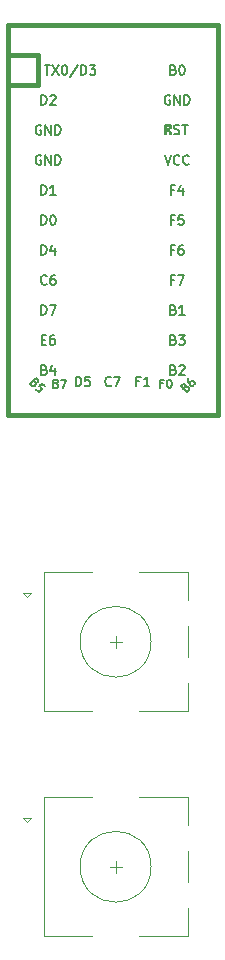
<source format=gbr>
G04 #@! TF.GenerationSoftware,KiCad,Pcbnew,(5.1.5)-2*
G04 #@! TF.CreationDate,2020-01-16T23:06:53-08:00*
G04 #@! TF.ProjectId,Jason's PCB,4a61736f-6e27-4732-9050-43422e6b6963,rev?*
G04 #@! TF.SameCoordinates,Original*
G04 #@! TF.FileFunction,Legend,Top*
G04 #@! TF.FilePolarity,Positive*
%FSLAX46Y46*%
G04 Gerber Fmt 4.6, Leading zero omitted, Abs format (unit mm)*
G04 Created by KiCad (PCBNEW (5.1.5)-2) date 2020-01-16 23:06:53*
%MOMM*%
%LPD*%
G04 APERTURE LIST*
%ADD10C,0.381000*%
%ADD11C,0.150000*%
%ADD12C,0.120000*%
G04 APERTURE END LIST*
D10*
X119634000Y-16256000D02*
X119634000Y-46736000D01*
X119634000Y-46736000D02*
X137414000Y-46736000D01*
X137414000Y-46736000D02*
X137414000Y-16256000D01*
X122174000Y-16256000D02*
X122174000Y-18796000D01*
X122174000Y-18796000D02*
X119634000Y-18796000D01*
D11*
G36*
X133455568Y-22135360D02*
G01*
X133455568Y-22435360D01*
X133355568Y-22435360D01*
X133355568Y-22135360D01*
X133455568Y-22135360D01*
G37*
X133455568Y-22135360D02*
X133455568Y-22435360D01*
X133355568Y-22435360D01*
X133355568Y-22135360D01*
X133455568Y-22135360D01*
G36*
X133255568Y-22535360D02*
G01*
X133255568Y-22635360D01*
X133155568Y-22635360D01*
X133155568Y-22535360D01*
X133255568Y-22535360D01*
G37*
X133255568Y-22535360D02*
X133255568Y-22635360D01*
X133155568Y-22635360D01*
X133155568Y-22535360D01*
X133255568Y-22535360D01*
G36*
X133455568Y-22135360D02*
G01*
X133455568Y-22235360D01*
X132955568Y-22235360D01*
X132955568Y-22135360D01*
X133455568Y-22135360D01*
G37*
X133455568Y-22135360D02*
X133455568Y-22235360D01*
X132955568Y-22235360D01*
X132955568Y-22135360D01*
X133455568Y-22135360D01*
G36*
X133055568Y-22135360D02*
G01*
X133055568Y-22935360D01*
X132955568Y-22935360D01*
X132955568Y-22135360D01*
X133055568Y-22135360D01*
G37*
X133055568Y-22135360D02*
X133055568Y-22935360D01*
X132955568Y-22935360D01*
X132955568Y-22135360D01*
X133055568Y-22135360D01*
G36*
X133455568Y-22735360D02*
G01*
X133455568Y-22935360D01*
X133355568Y-22935360D01*
X133355568Y-22735360D01*
X133455568Y-22735360D01*
G37*
X133455568Y-22735360D02*
X133455568Y-22935360D01*
X133355568Y-22935360D01*
X133355568Y-22735360D01*
X133455568Y-22735360D01*
D10*
X137414000Y-16256000D02*
X137414000Y-13716000D01*
X137414000Y-13716000D02*
X119634000Y-13716000D01*
X119634000Y-13716000D02*
X119634000Y-16256000D01*
X122174000Y-16256000D02*
X119634000Y-16256000D01*
D12*
X131778000Y-84963000D02*
G75*
G03X131778000Y-84963000I-3000000J0D01*
G01*
X130778000Y-79063000D02*
X134878000Y-79063000D01*
X134878000Y-90863000D02*
X130778000Y-90863000D01*
X126778000Y-90863000D02*
X122678000Y-90863000D01*
X126778000Y-79063000D02*
X122678000Y-79063000D01*
X122678000Y-79063000D02*
X122678000Y-90863000D01*
X121278000Y-81163000D02*
X120978000Y-80863000D01*
X120978000Y-80863000D02*
X121578000Y-80863000D01*
X121578000Y-80863000D02*
X121278000Y-81163000D01*
X134878000Y-79063000D02*
X134878000Y-81463000D01*
X134878000Y-83663000D02*
X134878000Y-86263000D01*
X134878000Y-88463000D02*
X134878000Y-90863000D01*
X128778000Y-84463000D02*
X128778000Y-85463000D01*
X128278000Y-84963000D02*
X129278000Y-84963000D01*
X128278000Y-65913000D02*
X129278000Y-65913000D01*
X128778000Y-65413000D02*
X128778000Y-66413000D01*
X134878000Y-69413000D02*
X134878000Y-71813000D01*
X134878000Y-64613000D02*
X134878000Y-67213000D01*
X134878000Y-60013000D02*
X134878000Y-62413000D01*
X121578000Y-61813000D02*
X121278000Y-62113000D01*
X120978000Y-61813000D02*
X121578000Y-61813000D01*
X121278000Y-62113000D02*
X120978000Y-61813000D01*
X122678000Y-60013000D02*
X122678000Y-71813000D01*
X126778000Y-60013000D02*
X122678000Y-60013000D01*
X126778000Y-71813000D02*
X122678000Y-71813000D01*
X134878000Y-71813000D02*
X130778000Y-71813000D01*
X130778000Y-60013000D02*
X134878000Y-60013000D01*
X131778000Y-65913000D02*
G75*
G03X131778000Y-65913000I-3000000J0D01*
G01*
D11*
X133661190Y-42868857D02*
X133775476Y-42906952D01*
X133813571Y-42945047D01*
X133851666Y-43021238D01*
X133851666Y-43135523D01*
X133813571Y-43211714D01*
X133775476Y-43249809D01*
X133699285Y-43287904D01*
X133394523Y-43287904D01*
X133394523Y-42487904D01*
X133661190Y-42487904D01*
X133737380Y-42526000D01*
X133775476Y-42564095D01*
X133813571Y-42640285D01*
X133813571Y-42716476D01*
X133775476Y-42792666D01*
X133737380Y-42830761D01*
X133661190Y-42868857D01*
X133394523Y-42868857D01*
X134156428Y-42564095D02*
X134194523Y-42526000D01*
X134270714Y-42487904D01*
X134461190Y-42487904D01*
X134537380Y-42526000D01*
X134575476Y-42564095D01*
X134613571Y-42640285D01*
X134613571Y-42716476D01*
X134575476Y-42830761D01*
X134118333Y-43287904D01*
X134613571Y-43287904D01*
X133718333Y-35248857D02*
X133451666Y-35248857D01*
X133451666Y-35667904D02*
X133451666Y-34867904D01*
X133832619Y-34867904D01*
X134061190Y-34867904D02*
X134594523Y-34867904D01*
X134251666Y-35667904D01*
X133718333Y-32708857D02*
X133451666Y-32708857D01*
X133451666Y-33127904D02*
X133451666Y-32327904D01*
X133832619Y-32327904D01*
X134480238Y-32327904D02*
X134327857Y-32327904D01*
X134251666Y-32366000D01*
X134213571Y-32404095D01*
X134137380Y-32518380D01*
X134099285Y-32670761D01*
X134099285Y-32975523D01*
X134137380Y-33051714D01*
X134175476Y-33089809D01*
X134251666Y-33127904D01*
X134404047Y-33127904D01*
X134480238Y-33089809D01*
X134518333Y-33051714D01*
X134556428Y-32975523D01*
X134556428Y-32785047D01*
X134518333Y-32708857D01*
X134480238Y-32670761D01*
X134404047Y-32632666D01*
X134251666Y-32632666D01*
X134175476Y-32670761D01*
X134137380Y-32708857D01*
X134099285Y-32785047D01*
X133718333Y-30168857D02*
X133451666Y-30168857D01*
X133451666Y-30587904D02*
X133451666Y-29787904D01*
X133832619Y-29787904D01*
X134518333Y-29787904D02*
X134137380Y-29787904D01*
X134099285Y-30168857D01*
X134137380Y-30130761D01*
X134213571Y-30092666D01*
X134404047Y-30092666D01*
X134480238Y-30130761D01*
X134518333Y-30168857D01*
X134556428Y-30245047D01*
X134556428Y-30435523D01*
X134518333Y-30511714D01*
X134480238Y-30549809D01*
X134404047Y-30587904D01*
X134213571Y-30587904D01*
X134137380Y-30549809D01*
X134099285Y-30511714D01*
X133661190Y-17468857D02*
X133775476Y-17506952D01*
X133813571Y-17545047D01*
X133851666Y-17621238D01*
X133851666Y-17735523D01*
X133813571Y-17811714D01*
X133775476Y-17849809D01*
X133699285Y-17887904D01*
X133394523Y-17887904D01*
X133394523Y-17087904D01*
X133661190Y-17087904D01*
X133737380Y-17126000D01*
X133775476Y-17164095D01*
X133813571Y-17240285D01*
X133813571Y-17316476D01*
X133775476Y-17392666D01*
X133737380Y-17430761D01*
X133661190Y-17468857D01*
X133394523Y-17468857D01*
X134346904Y-17087904D02*
X134423095Y-17087904D01*
X134499285Y-17126000D01*
X134537380Y-17164095D01*
X134575476Y-17240285D01*
X134613571Y-17392666D01*
X134613571Y-17583142D01*
X134575476Y-17735523D01*
X134537380Y-17811714D01*
X134499285Y-17849809D01*
X134423095Y-17887904D01*
X134346904Y-17887904D01*
X134270714Y-17849809D01*
X134232619Y-17811714D01*
X134194523Y-17735523D01*
X134156428Y-17583142D01*
X134156428Y-17392666D01*
X134194523Y-17240285D01*
X134232619Y-17164095D01*
X134270714Y-17126000D01*
X134346904Y-17087904D01*
X133375476Y-19666000D02*
X133299285Y-19627904D01*
X133185000Y-19627904D01*
X133070714Y-19666000D01*
X132994523Y-19742190D01*
X132956428Y-19818380D01*
X132918333Y-19970761D01*
X132918333Y-20085047D01*
X132956428Y-20237428D01*
X132994523Y-20313619D01*
X133070714Y-20389809D01*
X133185000Y-20427904D01*
X133261190Y-20427904D01*
X133375476Y-20389809D01*
X133413571Y-20351714D01*
X133413571Y-20085047D01*
X133261190Y-20085047D01*
X133756428Y-20427904D02*
X133756428Y-19627904D01*
X134213571Y-20427904D01*
X134213571Y-19627904D01*
X134594523Y-20427904D02*
X134594523Y-19627904D01*
X134785000Y-19627904D01*
X134899285Y-19666000D01*
X134975476Y-19742190D01*
X135013571Y-19818380D01*
X135051666Y-19970761D01*
X135051666Y-20085047D01*
X135013571Y-20237428D01*
X134975476Y-20313619D01*
X134899285Y-20389809D01*
X134785000Y-20427904D01*
X134594523Y-20427904D01*
X133723786Y-22899809D02*
X133838072Y-22937904D01*
X134028548Y-22937904D01*
X134104739Y-22899809D01*
X134142834Y-22861714D01*
X134180929Y-22785523D01*
X134180929Y-22709333D01*
X134142834Y-22633142D01*
X134104739Y-22595047D01*
X134028548Y-22556952D01*
X133876167Y-22518857D01*
X133799977Y-22480761D01*
X133761881Y-22442666D01*
X133723786Y-22366476D01*
X133723786Y-22290285D01*
X133761881Y-22214095D01*
X133799977Y-22176000D01*
X133876167Y-22137904D01*
X134066643Y-22137904D01*
X134180929Y-22176000D01*
X134409500Y-22137904D02*
X134866643Y-22137904D01*
X134638072Y-22937904D02*
X134638072Y-22137904D01*
X132918333Y-24707904D02*
X133185000Y-25507904D01*
X133451666Y-24707904D01*
X134175476Y-25431714D02*
X134137380Y-25469809D01*
X134023095Y-25507904D01*
X133946904Y-25507904D01*
X133832619Y-25469809D01*
X133756428Y-25393619D01*
X133718333Y-25317428D01*
X133680238Y-25165047D01*
X133680238Y-25050761D01*
X133718333Y-24898380D01*
X133756428Y-24822190D01*
X133832619Y-24746000D01*
X133946904Y-24707904D01*
X134023095Y-24707904D01*
X134137380Y-24746000D01*
X134175476Y-24784095D01*
X134975476Y-25431714D02*
X134937380Y-25469809D01*
X134823095Y-25507904D01*
X134746904Y-25507904D01*
X134632619Y-25469809D01*
X134556428Y-25393619D01*
X134518333Y-25317428D01*
X134480238Y-25165047D01*
X134480238Y-25050761D01*
X134518333Y-24898380D01*
X134556428Y-24822190D01*
X134632619Y-24746000D01*
X134746904Y-24707904D01*
X134823095Y-24707904D01*
X134937380Y-24746000D01*
X134975476Y-24784095D01*
X133718333Y-27628857D02*
X133451666Y-27628857D01*
X133451666Y-28047904D02*
X133451666Y-27247904D01*
X133832619Y-27247904D01*
X134480238Y-27514571D02*
X134480238Y-28047904D01*
X134289761Y-27209809D02*
X134099285Y-27781238D01*
X134594523Y-27781238D01*
X133661190Y-37788857D02*
X133775476Y-37826952D01*
X133813571Y-37865047D01*
X133851666Y-37941238D01*
X133851666Y-38055523D01*
X133813571Y-38131714D01*
X133775476Y-38169809D01*
X133699285Y-38207904D01*
X133394523Y-38207904D01*
X133394523Y-37407904D01*
X133661190Y-37407904D01*
X133737380Y-37446000D01*
X133775476Y-37484095D01*
X133813571Y-37560285D01*
X133813571Y-37636476D01*
X133775476Y-37712666D01*
X133737380Y-37750761D01*
X133661190Y-37788857D01*
X133394523Y-37788857D01*
X134613571Y-38207904D02*
X134156428Y-38207904D01*
X134385000Y-38207904D02*
X134385000Y-37407904D01*
X134308809Y-37522190D01*
X134232619Y-37598380D01*
X134156428Y-37636476D01*
X133661190Y-40328857D02*
X133775476Y-40366952D01*
X133813571Y-40405047D01*
X133851666Y-40481238D01*
X133851666Y-40595523D01*
X133813571Y-40671714D01*
X133775476Y-40709809D01*
X133699285Y-40747904D01*
X133394523Y-40747904D01*
X133394523Y-39947904D01*
X133661190Y-39947904D01*
X133737380Y-39986000D01*
X133775476Y-40024095D01*
X133813571Y-40100285D01*
X133813571Y-40176476D01*
X133775476Y-40252666D01*
X133737380Y-40290761D01*
X133661190Y-40328857D01*
X133394523Y-40328857D01*
X134118333Y-39947904D02*
X134613571Y-39947904D01*
X134346904Y-40252666D01*
X134461190Y-40252666D01*
X134537380Y-40290761D01*
X134575476Y-40328857D01*
X134613571Y-40405047D01*
X134613571Y-40595523D01*
X134575476Y-40671714D01*
X134537380Y-40709809D01*
X134461190Y-40747904D01*
X134232619Y-40747904D01*
X134156428Y-40709809D01*
X134118333Y-40671714D01*
X121959008Y-43960297D02*
X122006148Y-44054578D01*
X122006148Y-44101719D01*
X121982578Y-44172429D01*
X121911867Y-44243140D01*
X121841157Y-44266710D01*
X121794016Y-44266710D01*
X121723306Y-44243140D01*
X121534744Y-44054578D01*
X122029719Y-43559603D01*
X122194710Y-43724595D01*
X122218280Y-43795306D01*
X122218280Y-43842446D01*
X122194710Y-43913157D01*
X122147570Y-43960297D01*
X122076859Y-43983867D01*
X122029719Y-43983867D01*
X121959008Y-43960297D01*
X121794016Y-43795306D01*
X122760396Y-44290280D02*
X122524693Y-44054578D01*
X122265421Y-44266710D01*
X122312561Y-44266710D01*
X122383272Y-44290280D01*
X122501123Y-44408132D01*
X122524693Y-44478842D01*
X122524693Y-44525983D01*
X122501123Y-44596693D01*
X122383272Y-44714544D01*
X122312561Y-44738115D01*
X122265421Y-44738115D01*
X122194710Y-44714544D01*
X122076859Y-44596693D01*
X122053289Y-44525983D01*
X122053289Y-44478842D01*
X122739190Y-42868857D02*
X122853476Y-42906952D01*
X122891571Y-42945047D01*
X122929666Y-43021238D01*
X122929666Y-43135523D01*
X122891571Y-43211714D01*
X122853476Y-43249809D01*
X122777285Y-43287904D01*
X122472523Y-43287904D01*
X122472523Y-42487904D01*
X122739190Y-42487904D01*
X122815380Y-42526000D01*
X122853476Y-42564095D01*
X122891571Y-42640285D01*
X122891571Y-42716476D01*
X122853476Y-42792666D01*
X122815380Y-42830761D01*
X122739190Y-42868857D01*
X122472523Y-42868857D01*
X123615380Y-42754571D02*
X123615380Y-43287904D01*
X123424904Y-42449809D02*
X123234428Y-43021238D01*
X123729666Y-43021238D01*
X122510619Y-40328857D02*
X122777285Y-40328857D01*
X122891571Y-40747904D02*
X122510619Y-40747904D01*
X122510619Y-39947904D01*
X122891571Y-39947904D01*
X123577285Y-39947904D02*
X123424904Y-39947904D01*
X123348714Y-39986000D01*
X123310619Y-40024095D01*
X123234428Y-40138380D01*
X123196333Y-40290761D01*
X123196333Y-40595523D01*
X123234428Y-40671714D01*
X123272523Y-40709809D01*
X123348714Y-40747904D01*
X123501095Y-40747904D01*
X123577285Y-40709809D01*
X123615380Y-40671714D01*
X123653476Y-40595523D01*
X123653476Y-40405047D01*
X123615380Y-40328857D01*
X123577285Y-40290761D01*
X123501095Y-40252666D01*
X123348714Y-40252666D01*
X123272523Y-40290761D01*
X123234428Y-40328857D01*
X123196333Y-40405047D01*
X122472523Y-38207904D02*
X122472523Y-37407904D01*
X122663000Y-37407904D01*
X122777285Y-37446000D01*
X122853476Y-37522190D01*
X122891571Y-37598380D01*
X122929666Y-37750761D01*
X122929666Y-37865047D01*
X122891571Y-38017428D01*
X122853476Y-38093619D01*
X122777285Y-38169809D01*
X122663000Y-38207904D01*
X122472523Y-38207904D01*
X123196333Y-37407904D02*
X123729666Y-37407904D01*
X123386809Y-38207904D01*
X122929666Y-35591714D02*
X122891571Y-35629809D01*
X122777285Y-35667904D01*
X122701095Y-35667904D01*
X122586809Y-35629809D01*
X122510619Y-35553619D01*
X122472523Y-35477428D01*
X122434428Y-35325047D01*
X122434428Y-35210761D01*
X122472523Y-35058380D01*
X122510619Y-34982190D01*
X122586809Y-34906000D01*
X122701095Y-34867904D01*
X122777285Y-34867904D01*
X122891571Y-34906000D01*
X122929666Y-34944095D01*
X123615380Y-34867904D02*
X123463000Y-34867904D01*
X123386809Y-34906000D01*
X123348714Y-34944095D01*
X123272523Y-35058380D01*
X123234428Y-35210761D01*
X123234428Y-35515523D01*
X123272523Y-35591714D01*
X123310619Y-35629809D01*
X123386809Y-35667904D01*
X123539190Y-35667904D01*
X123615380Y-35629809D01*
X123653476Y-35591714D01*
X123691571Y-35515523D01*
X123691571Y-35325047D01*
X123653476Y-35248857D01*
X123615380Y-35210761D01*
X123539190Y-35172666D01*
X123386809Y-35172666D01*
X123310619Y-35210761D01*
X123272523Y-35248857D01*
X123234428Y-35325047D01*
X122472523Y-33127904D02*
X122472523Y-32327904D01*
X122663000Y-32327904D01*
X122777285Y-32366000D01*
X122853476Y-32442190D01*
X122891571Y-32518380D01*
X122929666Y-32670761D01*
X122929666Y-32785047D01*
X122891571Y-32937428D01*
X122853476Y-33013619D01*
X122777285Y-33089809D01*
X122663000Y-33127904D01*
X122472523Y-33127904D01*
X123615380Y-32594571D02*
X123615380Y-33127904D01*
X123424904Y-32289809D02*
X123234428Y-32861238D01*
X123729666Y-32861238D01*
X122453476Y-22206000D02*
X122377285Y-22167904D01*
X122263000Y-22167904D01*
X122148714Y-22206000D01*
X122072523Y-22282190D01*
X122034428Y-22358380D01*
X121996333Y-22510761D01*
X121996333Y-22625047D01*
X122034428Y-22777428D01*
X122072523Y-22853619D01*
X122148714Y-22929809D01*
X122263000Y-22967904D01*
X122339190Y-22967904D01*
X122453476Y-22929809D01*
X122491571Y-22891714D01*
X122491571Y-22625047D01*
X122339190Y-22625047D01*
X122834428Y-22967904D02*
X122834428Y-22167904D01*
X123291571Y-22967904D01*
X123291571Y-22167904D01*
X123672523Y-22967904D02*
X123672523Y-22167904D01*
X123863000Y-22167904D01*
X123977285Y-22206000D01*
X124053476Y-22282190D01*
X124091571Y-22358380D01*
X124129666Y-22510761D01*
X124129666Y-22625047D01*
X124091571Y-22777428D01*
X124053476Y-22853619D01*
X123977285Y-22929809D01*
X123863000Y-22967904D01*
X123672523Y-22967904D01*
X122453476Y-24746000D02*
X122377285Y-24707904D01*
X122263000Y-24707904D01*
X122148714Y-24746000D01*
X122072523Y-24822190D01*
X122034428Y-24898380D01*
X121996333Y-25050761D01*
X121996333Y-25165047D01*
X122034428Y-25317428D01*
X122072523Y-25393619D01*
X122148714Y-25469809D01*
X122263000Y-25507904D01*
X122339190Y-25507904D01*
X122453476Y-25469809D01*
X122491571Y-25431714D01*
X122491571Y-25165047D01*
X122339190Y-25165047D01*
X122834428Y-25507904D02*
X122834428Y-24707904D01*
X123291571Y-25507904D01*
X123291571Y-24707904D01*
X123672523Y-25507904D02*
X123672523Y-24707904D01*
X123863000Y-24707904D01*
X123977285Y-24746000D01*
X124053476Y-24822190D01*
X124091571Y-24898380D01*
X124129666Y-25050761D01*
X124129666Y-25165047D01*
X124091571Y-25317428D01*
X124053476Y-25393619D01*
X123977285Y-25469809D01*
X123863000Y-25507904D01*
X123672523Y-25507904D01*
X122472523Y-28047904D02*
X122472523Y-27247904D01*
X122663000Y-27247904D01*
X122777285Y-27286000D01*
X122853476Y-27362190D01*
X122891571Y-27438380D01*
X122929666Y-27590761D01*
X122929666Y-27705047D01*
X122891571Y-27857428D01*
X122853476Y-27933619D01*
X122777285Y-28009809D01*
X122663000Y-28047904D01*
X122472523Y-28047904D01*
X123691571Y-28047904D02*
X123234428Y-28047904D01*
X123463000Y-28047904D02*
X123463000Y-27247904D01*
X123386809Y-27362190D01*
X123310619Y-27438380D01*
X123234428Y-27476476D01*
X122472523Y-30587904D02*
X122472523Y-29787904D01*
X122663000Y-29787904D01*
X122777285Y-29826000D01*
X122853476Y-29902190D01*
X122891571Y-29978380D01*
X122929666Y-30130761D01*
X122929666Y-30245047D01*
X122891571Y-30397428D01*
X122853476Y-30473619D01*
X122777285Y-30549809D01*
X122663000Y-30587904D01*
X122472523Y-30587904D01*
X123424904Y-29787904D02*
X123501095Y-29787904D01*
X123577285Y-29826000D01*
X123615380Y-29864095D01*
X123653476Y-29940285D01*
X123691571Y-30092666D01*
X123691571Y-30283142D01*
X123653476Y-30435523D01*
X123615380Y-30511714D01*
X123577285Y-30549809D01*
X123501095Y-30587904D01*
X123424904Y-30587904D01*
X123348714Y-30549809D01*
X123310619Y-30511714D01*
X123272523Y-30435523D01*
X123234428Y-30283142D01*
X123234428Y-30092666D01*
X123272523Y-29940285D01*
X123310619Y-29864095D01*
X123348714Y-29826000D01*
X123424904Y-29787904D01*
X122472523Y-20427904D02*
X122472523Y-19627904D01*
X122663000Y-19627904D01*
X122777285Y-19666000D01*
X122853476Y-19742190D01*
X122891571Y-19818380D01*
X122929666Y-19970761D01*
X122929666Y-20085047D01*
X122891571Y-20237428D01*
X122853476Y-20313619D01*
X122777285Y-20389809D01*
X122663000Y-20427904D01*
X122472523Y-20427904D01*
X123234428Y-19704095D02*
X123272523Y-19666000D01*
X123348714Y-19627904D01*
X123539190Y-19627904D01*
X123615380Y-19666000D01*
X123653476Y-19704095D01*
X123691571Y-19780285D01*
X123691571Y-19856476D01*
X123653476Y-19970761D01*
X123196333Y-20427904D01*
X123691571Y-20427904D01*
X122761651Y-17087904D02*
X123218794Y-17087904D01*
X122990223Y-17887904D02*
X122990223Y-17087904D01*
X123409270Y-17087904D02*
X123942604Y-17887904D01*
X123942604Y-17087904D02*
X123409270Y-17887904D01*
X124399747Y-17087904D02*
X124475937Y-17087904D01*
X124552128Y-17126000D01*
X124590223Y-17164095D01*
X124628318Y-17240285D01*
X124666413Y-17392666D01*
X124666413Y-17583142D01*
X124628318Y-17735523D01*
X124590223Y-17811714D01*
X124552128Y-17849809D01*
X124475937Y-17887904D01*
X124399747Y-17887904D01*
X124323556Y-17849809D01*
X124285461Y-17811714D01*
X124247366Y-17735523D01*
X124209270Y-17583142D01*
X124209270Y-17392666D01*
X124247366Y-17240285D01*
X124285461Y-17164095D01*
X124323556Y-17126000D01*
X124399747Y-17087904D01*
X125580699Y-17049809D02*
X124894985Y-18078380D01*
X125847366Y-17887904D02*
X125847366Y-17087904D01*
X126037842Y-17087904D01*
X126152128Y-17126000D01*
X126228318Y-17202190D01*
X126266413Y-17278380D01*
X126304508Y-17430761D01*
X126304508Y-17545047D01*
X126266413Y-17697428D01*
X126228318Y-17773619D01*
X126152128Y-17849809D01*
X126037842Y-17887904D01*
X125847366Y-17887904D01*
X126571175Y-17087904D02*
X127066413Y-17087904D01*
X126799747Y-17392666D01*
X126914032Y-17392666D01*
X126990223Y-17430761D01*
X127028318Y-17468857D01*
X127066413Y-17545047D01*
X127066413Y-17735523D01*
X127028318Y-17811714D01*
X126990223Y-17849809D01*
X126914032Y-17887904D01*
X126685461Y-17887904D01*
X126609270Y-17849809D01*
X126571175Y-17811714D01*
X123740666Y-44046000D02*
X123840666Y-44079333D01*
X123874000Y-44112666D01*
X123907333Y-44179333D01*
X123907333Y-44279333D01*
X123874000Y-44346000D01*
X123840666Y-44379333D01*
X123774000Y-44412666D01*
X123507333Y-44412666D01*
X123507333Y-43712666D01*
X123740666Y-43712666D01*
X123807333Y-43746000D01*
X123840666Y-43779333D01*
X123874000Y-43846000D01*
X123874000Y-43912666D01*
X123840666Y-43979333D01*
X123807333Y-44012666D01*
X123740666Y-44046000D01*
X123507333Y-44046000D01*
X124140666Y-43712666D02*
X124607333Y-43712666D01*
X124307333Y-44412666D01*
X132790666Y-44046000D02*
X132557333Y-44046000D01*
X132557333Y-44412666D02*
X132557333Y-43712666D01*
X132890666Y-43712666D01*
X133290666Y-43712666D02*
X133357333Y-43712666D01*
X133424000Y-43746000D01*
X133457333Y-43779333D01*
X133490666Y-43846000D01*
X133524000Y-43979333D01*
X133524000Y-44146000D01*
X133490666Y-44279333D01*
X133457333Y-44346000D01*
X133424000Y-44379333D01*
X133357333Y-44412666D01*
X133290666Y-44412666D01*
X133224000Y-44379333D01*
X133190666Y-44346000D01*
X133157333Y-44279333D01*
X133124000Y-44146000D01*
X133124000Y-43979333D01*
X133157333Y-43846000D01*
X133190666Y-43779333D01*
X133224000Y-43746000D01*
X133290666Y-43712666D01*
X134688297Y-44360991D02*
X134782578Y-44313851D01*
X134829719Y-44313851D01*
X134900429Y-44337421D01*
X134971140Y-44408132D01*
X134994710Y-44478842D01*
X134994710Y-44525983D01*
X134971140Y-44596693D01*
X134782578Y-44785255D01*
X134287603Y-44290280D01*
X134452595Y-44125289D01*
X134523306Y-44101719D01*
X134570446Y-44101719D01*
X134641157Y-44125289D01*
X134688297Y-44172429D01*
X134711867Y-44243140D01*
X134711867Y-44290280D01*
X134688297Y-44360991D01*
X134523306Y-44525983D01*
X134994710Y-43583174D02*
X134900429Y-43677455D01*
X134876859Y-43748165D01*
X134876859Y-43795306D01*
X134900429Y-43913157D01*
X134971140Y-44031008D01*
X135159702Y-44219570D01*
X135230412Y-44243140D01*
X135277553Y-44243140D01*
X135348264Y-44219570D01*
X135442544Y-44125289D01*
X135466115Y-44054578D01*
X135466115Y-44007438D01*
X135442544Y-43936727D01*
X135324693Y-43818876D01*
X135253983Y-43795306D01*
X135206842Y-43795306D01*
X135136132Y-43818876D01*
X135041851Y-43913157D01*
X135018280Y-43983867D01*
X135018280Y-44031008D01*
X135041851Y-44101719D01*
X128390666Y-44181714D02*
X128352571Y-44219809D01*
X128238285Y-44257904D01*
X128162095Y-44257904D01*
X128047809Y-44219809D01*
X127971619Y-44143619D01*
X127933523Y-44067428D01*
X127895428Y-43915047D01*
X127895428Y-43800761D01*
X127933523Y-43648380D01*
X127971619Y-43572190D01*
X128047809Y-43496000D01*
X128162095Y-43457904D01*
X128238285Y-43457904D01*
X128352571Y-43496000D01*
X128390666Y-43534095D01*
X128657333Y-43457904D02*
X129190666Y-43457904D01*
X128847809Y-44257904D01*
X130797333Y-43838857D02*
X130530666Y-43838857D01*
X130530666Y-44257904D02*
X130530666Y-43457904D01*
X130911619Y-43457904D01*
X131635428Y-44257904D02*
X131178285Y-44257904D01*
X131406857Y-44257904D02*
X131406857Y-43457904D01*
X131330666Y-43572190D01*
X131254476Y-43648380D01*
X131178285Y-43686476D01*
X125393523Y-44257904D02*
X125393523Y-43457904D01*
X125584000Y-43457904D01*
X125698285Y-43496000D01*
X125774476Y-43572190D01*
X125812571Y-43648380D01*
X125850666Y-43800761D01*
X125850666Y-43915047D01*
X125812571Y-44067428D01*
X125774476Y-44143619D01*
X125698285Y-44219809D01*
X125584000Y-44257904D01*
X125393523Y-44257904D01*
X126574476Y-43457904D02*
X126193523Y-43457904D01*
X126155428Y-43838857D01*
X126193523Y-43800761D01*
X126269714Y-43762666D01*
X126460190Y-43762666D01*
X126536380Y-43800761D01*
X126574476Y-43838857D01*
X126612571Y-43915047D01*
X126612571Y-44105523D01*
X126574476Y-44181714D01*
X126536380Y-44219809D01*
X126460190Y-44257904D01*
X126269714Y-44257904D01*
X126193523Y-44219809D01*
X126155428Y-44181714D01*
M02*

</source>
